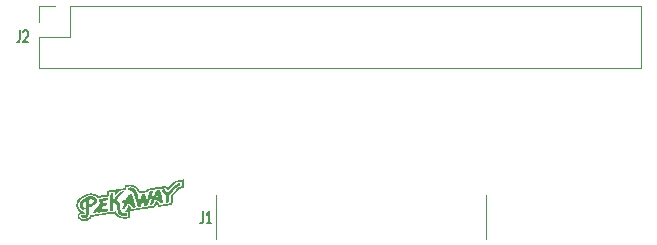
<source format=gbr>
G04 #@! TF.GenerationSoftware,KiCad,Pcbnew,(6.0.9-0)*
G04 #@! TF.CreationDate,2022-12-14T16:06:14+03:00*
G04 #@! TF.ProjectId,pi3_extension_board,7069335f-6578-4746-956e-73696f6e5f62,rev?*
G04 #@! TF.SameCoordinates,Original*
G04 #@! TF.FileFunction,Legend,Top*
G04 #@! TF.FilePolarity,Positive*
%FSLAX46Y46*%
G04 Gerber Fmt 4.6, Leading zero omitted, Abs format (unit mm)*
G04 Created by KiCad (PCBNEW (6.0.9-0)) date 2022-12-14 16:06:14*
%MOMM*%
%LPD*%
G01*
G04 APERTURE LIST*
%ADD10C,0.150000*%
%ADD11C,0.120000*%
%ADD12C,0.100000*%
G04 APERTURE END LIST*
D10*
X106946666Y-44732380D02*
X106946666Y-45446666D01*
X106913333Y-45589523D01*
X106846666Y-45684761D01*
X106746666Y-45732380D01*
X106680000Y-45732380D01*
X107246666Y-44827619D02*
X107280000Y-44780000D01*
X107346666Y-44732380D01*
X107513333Y-44732380D01*
X107580000Y-44780000D01*
X107613333Y-44827619D01*
X107646666Y-44922857D01*
X107646666Y-45018095D01*
X107613333Y-45160952D01*
X107213333Y-45732380D01*
X107646666Y-45732380D01*
X122466666Y-60052380D02*
X122466666Y-60766666D01*
X122433333Y-60909523D01*
X122366666Y-61004761D01*
X122266666Y-61052380D01*
X122200000Y-61052380D01*
X123166666Y-61052380D02*
X122766666Y-61052380D01*
X122966666Y-61052380D02*
X122966666Y-60052380D01*
X122900000Y-60195238D01*
X122833333Y-60290476D01*
X122766666Y-60338095D01*
G36*
X111766250Y-59315461D02*
G01*
X111821832Y-59175483D01*
X111905094Y-59042576D01*
X112012897Y-58919334D01*
X112142101Y-58808353D01*
X112289566Y-58712229D01*
X112452153Y-58633556D01*
X112626722Y-58574931D01*
X112810132Y-58538948D01*
X112999243Y-58528203D01*
X113052629Y-58530061D01*
X113193488Y-58543183D01*
X113310184Y-58567582D01*
X113414870Y-58606903D01*
X113519697Y-58664793D01*
X113535657Y-58674962D01*
X113653907Y-58751391D01*
X113988848Y-58701408D01*
X114095765Y-58685151D01*
X114189332Y-58670347D01*
X114263633Y-58657980D01*
X114312754Y-58649032D01*
X114330711Y-58644593D01*
X114334750Y-58624271D01*
X114339758Y-58575584D01*
X114344913Y-58507232D01*
X114347200Y-58469968D01*
X114352564Y-58396196D01*
X114358937Y-58338846D01*
X114365290Y-58306198D01*
X114368108Y-58301725D01*
X114388968Y-58298967D01*
X114441153Y-58291491D01*
X114519295Y-58280081D01*
X114618023Y-58265525D01*
X114731967Y-58248609D01*
X114792270Y-58239615D01*
X114925413Y-58219805D01*
X115026325Y-58205241D01*
X115099473Y-58195676D01*
X115149323Y-58190861D01*
X115180341Y-58190547D01*
X115196996Y-58194488D01*
X115203754Y-58202434D01*
X115205082Y-58214137D01*
X115205089Y-58216684D01*
X115206984Y-58240516D01*
X115217697Y-58239638D01*
X115244766Y-58212616D01*
X115248709Y-58208370D01*
X115270353Y-58188643D01*
X115297963Y-58173376D01*
X115338371Y-58160697D01*
X115398414Y-58148731D01*
X115484925Y-58135605D01*
X115543207Y-58127622D01*
X115636668Y-58114390D01*
X115717375Y-58101695D01*
X115777927Y-58090795D01*
X115810922Y-58082947D01*
X115814007Y-58081604D01*
X115825090Y-58057955D01*
X115834402Y-58008347D01*
X115839560Y-57949265D01*
X115845192Y-57829237D01*
X115993621Y-57807348D01*
X116209626Y-57786669D01*
X116401866Y-57792572D01*
X116573146Y-57825736D01*
X116726271Y-57886839D01*
X116864046Y-57976561D01*
X116929581Y-58033823D01*
X116979665Y-58088557D01*
X117033177Y-58157924D01*
X117083122Y-58231567D01*
X117122504Y-58299130D01*
X117144327Y-58350257D01*
X117144942Y-58352645D01*
X117162303Y-58351151D01*
X117208524Y-58344473D01*
X117275927Y-58333901D01*
X117356834Y-58320725D01*
X117443566Y-58306236D01*
X117528446Y-58291724D01*
X117603796Y-58278479D01*
X117661937Y-58267792D01*
X117695192Y-58260953D01*
X117700101Y-58259343D01*
X117707926Y-58242277D01*
X117726412Y-58205355D01*
X117728893Y-58200503D01*
X117757225Y-58145215D01*
X118562794Y-58025981D01*
X119368363Y-57906746D01*
X119429435Y-57977396D01*
X119490506Y-58048045D01*
X119530894Y-57994212D01*
X119561078Y-57958373D01*
X119610057Y-57904931D01*
X119670076Y-57842209D01*
X119712036Y-57799710D01*
X119861353Y-57669245D01*
X120025003Y-57559570D01*
X120193192Y-57476855D01*
X120266220Y-57450556D01*
X120314738Y-57437573D01*
X120385062Y-57421790D01*
X120469698Y-57404548D01*
X120561150Y-57387192D01*
X120651924Y-57371064D01*
X120734527Y-57357506D01*
X120801463Y-57347862D01*
X120845239Y-57343473D01*
X120858388Y-57344461D01*
X120858511Y-57363134D01*
X120856659Y-57413114D01*
X120853103Y-57488668D01*
X120848115Y-57584065D01*
X120841966Y-57693571D01*
X120841400Y-57703316D01*
X120820712Y-58058754D01*
X120744931Y-58070003D01*
X120622678Y-58091810D01*
X120529381Y-58117562D01*
X120456913Y-58149850D01*
X120419722Y-58173675D01*
X120384199Y-58205495D01*
X120331220Y-58260767D01*
X120266060Y-58333612D01*
X120193996Y-58418155D01*
X120129980Y-58496412D01*
X119914091Y-58765650D01*
X119894817Y-59113715D01*
X119888111Y-59223898D01*
X119881037Y-59321259D01*
X119874127Y-59399757D01*
X119867914Y-59453350D01*
X119862931Y-59475994D01*
X119862880Y-59476055D01*
X119842953Y-59481436D01*
X119791774Y-59491403D01*
X119714798Y-59505094D01*
X119617475Y-59521642D01*
X119505261Y-59540185D01*
X119383608Y-59559856D01*
X119257970Y-59579792D01*
X119133798Y-59599129D01*
X119016547Y-59617002D01*
X118911670Y-59632546D01*
X118824620Y-59644896D01*
X118760850Y-59653190D01*
X118725813Y-59656561D01*
X118723997Y-59656595D01*
X118705254Y-59641001D01*
X118676936Y-59599690D01*
X118644507Y-59540869D01*
X118637522Y-59526719D01*
X118606581Y-59465430D01*
X118581049Y-59419724D01*
X118565521Y-59397705D01*
X118563857Y-59396843D01*
X118551495Y-59412350D01*
X118527174Y-59454012D01*
X118495008Y-59514537D01*
X118474809Y-59554549D01*
X118439330Y-59622654D01*
X118408315Y-59675972D01*
X118386201Y-59707174D01*
X118379342Y-59712256D01*
X118358388Y-59714875D01*
X118304881Y-59722325D01*
X118222976Y-59733998D01*
X118116826Y-59749284D01*
X117990585Y-59767573D01*
X117848407Y-59788256D01*
X117694446Y-59810724D01*
X117532855Y-59834367D01*
X117367789Y-59858575D01*
X117203401Y-59882741D01*
X117043844Y-59906253D01*
X116893274Y-59928502D01*
X116755844Y-59948880D01*
X116635707Y-59966777D01*
X116537017Y-59981583D01*
X116463929Y-59992689D01*
X116420596Y-59999486D01*
X116414271Y-60000549D01*
X116370429Y-60004183D01*
X116349408Y-59991198D01*
X116342531Y-59973119D01*
X116330785Y-59940271D01*
X116320517Y-59938617D01*
X116311494Y-59969378D01*
X116303485Y-60033772D01*
X116296256Y-60133018D01*
X116290558Y-60245546D01*
X116285095Y-60351885D01*
X116278745Y-60447465D01*
X116272092Y-60525147D01*
X116265723Y-60577793D01*
X116261811Y-60595761D01*
X116250169Y-60615353D01*
X116227937Y-60628712D01*
X116187375Y-60638162D01*
X116120740Y-60646026D01*
X116083087Y-60649417D01*
X115845188Y-60660502D01*
X115636709Y-60649999D01*
X115456661Y-60617591D01*
X115304055Y-60562959D01*
X115177903Y-60485783D01*
X115077216Y-60385746D01*
X115024818Y-60308068D01*
X114996754Y-60259214D01*
X114977295Y-60225692D01*
X114972037Y-60216923D01*
X114953310Y-60216857D01*
X114908081Y-60222123D01*
X114850102Y-60230947D01*
X114806915Y-60237778D01*
X114731446Y-60249349D01*
X114628126Y-60264994D01*
X114501385Y-60284051D01*
X114355654Y-60305852D01*
X114195362Y-60329733D01*
X114024939Y-60355030D01*
X113915608Y-60371211D01*
X113744676Y-60396547D01*
X113584099Y-60420480D01*
X113437808Y-60442413D01*
X113309731Y-60461752D01*
X113203802Y-60477901D01*
X113123949Y-60490266D01*
X113074103Y-60498250D01*
X113059119Y-60500925D01*
X113026595Y-60520269D01*
X112984638Y-60560744D01*
X112954073Y-60598142D01*
X112861498Y-60694353D01*
X112743826Y-60770980D01*
X112608994Y-60825341D01*
X112464939Y-60854752D01*
X112319600Y-60856528D01*
X112231572Y-60842397D01*
X112099526Y-60795709D01*
X111992549Y-60725280D01*
X111913124Y-60633962D01*
X111863737Y-60524607D01*
X111846872Y-60400905D01*
X111849942Y-60331098D01*
X111861973Y-60283273D01*
X111887193Y-60242609D01*
X111894623Y-60233518D01*
X111945512Y-60189823D01*
X112007217Y-60157576D01*
X112015139Y-60154967D01*
X112087904Y-60133167D01*
X111979180Y-60027110D01*
X111868659Y-59896270D01*
X111792059Y-59751597D01*
X111750690Y-59606244D01*
X111747623Y-59557469D01*
X111903028Y-59557469D01*
X111934618Y-59692824D01*
X112001542Y-59822739D01*
X112025481Y-59856138D01*
X112057995Y-59889595D01*
X112113973Y-59937881D01*
X112186133Y-59995055D01*
X112267190Y-60055172D01*
X112284960Y-60067827D01*
X112360817Y-60122162D01*
X112423795Y-60168675D01*
X112468652Y-60203383D01*
X112490147Y-60222304D01*
X112491168Y-60224473D01*
X112471335Y-60229578D01*
X112422471Y-60238515D01*
X112352291Y-60249952D01*
X112281779Y-60260624D01*
X112194820Y-60275197D01*
X112118105Y-60291388D01*
X112061238Y-60306976D01*
X112037047Y-60317155D01*
X112003039Y-60358612D01*
X111994289Y-60416751D01*
X112008380Y-60483537D01*
X112042892Y-60550938D01*
X112095407Y-60610917D01*
X112134169Y-60639764D01*
X112246678Y-60688080D01*
X112373446Y-60705125D01*
X112508743Y-60690895D01*
X112646841Y-60645385D01*
X112658141Y-60640252D01*
X112739754Y-60595584D01*
X112799161Y-60544398D01*
X112834401Y-60499804D01*
X112871226Y-60447539D01*
X112901353Y-60405442D01*
X112913709Y-60388665D01*
X112937620Y-60378800D01*
X112996501Y-60364646D01*
X113088505Y-60346544D01*
X113211784Y-60324834D01*
X113364490Y-60299858D01*
X113544775Y-60271955D01*
X113553811Y-60270591D01*
X113790348Y-60234960D01*
X114015155Y-60201215D01*
X114225557Y-60169749D01*
X114418877Y-60140959D01*
X114592439Y-60115238D01*
X114743566Y-60092983D01*
X114869582Y-60074588D01*
X114967810Y-60060448D01*
X115035574Y-60050958D01*
X115070198Y-60046514D01*
X115073869Y-60046222D01*
X115087080Y-60062439D01*
X115104064Y-60103807D01*
X115113521Y-60134352D01*
X115154784Y-60223322D01*
X115224382Y-60310228D01*
X115314048Y-60386905D01*
X115415515Y-60445189D01*
X115437585Y-60454343D01*
X115501296Y-60475368D01*
X115570645Y-60489819D01*
X115656024Y-60499290D01*
X115767824Y-60505375D01*
X115770977Y-60505495D01*
X115864951Y-60507429D01*
X115951461Y-60506321D01*
X116020291Y-60502472D01*
X116058559Y-60496948D01*
X116123497Y-60480003D01*
X116134705Y-60286305D01*
X116139125Y-60206200D01*
X116142283Y-60141555D01*
X116143820Y-60100217D01*
X116143695Y-60089227D01*
X116125690Y-60089659D01*
X116080394Y-60093971D01*
X116017312Y-60101249D01*
X116012175Y-60101883D01*
X115947122Y-60108752D01*
X115898083Y-60111682D01*
X115875121Y-60110090D01*
X115874789Y-60109835D01*
X115879568Y-60091304D01*
X115897881Y-60046012D01*
X115926680Y-59980393D01*
X115945288Y-59939561D01*
X116111233Y-59939561D01*
X116200856Y-59926218D01*
X116254294Y-59917159D01*
X116290026Y-59909029D01*
X116297616Y-59905929D01*
X116296870Y-59884648D01*
X116282554Y-59845945D01*
X116261039Y-59803692D01*
X116238699Y-59771759D01*
X116233853Y-59767115D01*
X116216012Y-59762138D01*
X116195656Y-59780726D01*
X116167953Y-59827857D01*
X116160141Y-59843046D01*
X116111233Y-59939561D01*
X115945288Y-59939561D01*
X115962915Y-59900881D01*
X116003537Y-59813910D01*
X116045495Y-59725913D01*
X116085742Y-59643325D01*
X116121227Y-59572581D01*
X116148900Y-59520113D01*
X116165713Y-59492355D01*
X116168752Y-59489612D01*
X116193384Y-59503336D01*
X116232932Y-59539345D01*
X116280514Y-59589893D01*
X116329249Y-59647233D01*
X116372257Y-59703618D01*
X116402658Y-59751302D01*
X116404725Y-59755266D01*
X116433198Y-59807015D01*
X116455853Y-59831920D01*
X116481459Y-59837260D01*
X116500163Y-59834455D01*
X116528483Y-59829730D01*
X116589585Y-59820274D01*
X116679526Y-59806675D01*
X116794362Y-59789518D01*
X116930151Y-59769392D01*
X117082949Y-59746883D01*
X117248815Y-59722579D01*
X117385148Y-59702691D01*
X117558002Y-59677468D01*
X117720472Y-59653650D01*
X117868680Y-59631815D01*
X117998749Y-59612537D01*
X118106802Y-59596395D01*
X118188964Y-59583963D01*
X118241356Y-59575817D01*
X118259181Y-59572786D01*
X118282815Y-59557736D01*
X118312287Y-59519249D01*
X118350056Y-59453532D01*
X118397010Y-59360042D01*
X118436778Y-59281475D01*
X118472942Y-59216899D01*
X118501616Y-59172802D01*
X118518915Y-59155678D01*
X118519354Y-59155645D01*
X118549116Y-59169575D01*
X118592737Y-59206099D01*
X118642931Y-59257318D01*
X118692412Y-59315332D01*
X118733894Y-59372241D01*
X118757340Y-59413665D01*
X118781122Y-59461725D01*
X118802596Y-59483399D01*
X118833423Y-59486682D01*
X118859153Y-59483460D01*
X118896815Y-59477856D01*
X118964710Y-59467709D01*
X119056378Y-59453985D01*
X119165357Y-59437654D01*
X119285185Y-59419681D01*
X119326848Y-59413429D01*
X119728592Y-59353132D01*
X119742052Y-59065936D01*
X119747474Y-58963151D01*
X119753472Y-58870720D01*
X119759465Y-58796289D01*
X119764874Y-58747504D01*
X119767158Y-58735191D01*
X119783390Y-58703993D01*
X119819451Y-58650288D01*
X119870910Y-58579647D01*
X119933332Y-58497637D01*
X120002285Y-58409829D01*
X120073333Y-58321791D01*
X120142044Y-58239093D01*
X120203985Y-58167303D01*
X120254721Y-58111991D01*
X120289712Y-58078809D01*
X120398391Y-58008981D01*
X120518725Y-57958458D01*
X120597964Y-57939226D01*
X120673630Y-57927126D01*
X120686663Y-57732565D01*
X120691243Y-57651593D01*
X120693403Y-57585334D01*
X120692974Y-57541893D01*
X120690857Y-57529165D01*
X120669913Y-57528271D01*
X120621033Y-57533190D01*
X120552757Y-57542940D01*
X120511303Y-57549787D01*
X120304607Y-57602581D01*
X120113021Y-57687511D01*
X119934952Y-57805594D01*
X119768802Y-57957847D01*
X119646527Y-58100883D01*
X119500908Y-58288577D01*
X119403913Y-58180129D01*
X119306919Y-58071682D01*
X118958305Y-58122711D01*
X118816807Y-58143508D01*
X118654207Y-58167543D01*
X118486091Y-58192504D01*
X118328048Y-58216078D01*
X118247894Y-58228091D01*
X118135994Y-58244821D01*
X118036637Y-58259524D01*
X117955662Y-58271348D01*
X117898906Y-58279442D01*
X117872206Y-58282955D01*
X117871217Y-58283032D01*
X117855479Y-58299046D01*
X117837734Y-58337024D01*
X117836894Y-58339395D01*
X117830425Y-58358802D01*
X117823284Y-58373895D01*
X117810832Y-58386066D01*
X117788430Y-58396712D01*
X117751439Y-58407225D01*
X117695221Y-58419001D01*
X117615135Y-58433435D01*
X117506544Y-58451919D01*
X117406340Y-58468818D01*
X117278855Y-58490312D01*
X117183349Y-58505962D01*
X117115207Y-58516052D01*
X117069811Y-58520864D01*
X117042543Y-58520684D01*
X117028786Y-58515794D01*
X117023923Y-58506479D01*
X117023336Y-58493022D01*
X117023336Y-58492351D01*
X117012748Y-58444443D01*
X116984810Y-58377887D01*
X116945211Y-58303120D01*
X116899643Y-58230581D01*
X116853796Y-58170707D01*
X116839848Y-58155780D01*
X116723969Y-58064660D01*
X116584520Y-57996009D01*
X116429189Y-57952303D01*
X116265664Y-57936017D01*
X116169881Y-57940130D01*
X116085851Y-57948957D01*
X116032015Y-57958449D01*
X116001636Y-57972865D01*
X115987974Y-57996467D01*
X115984293Y-58033513D01*
X115984091Y-58057589D01*
X115983868Y-58115922D01*
X115980223Y-58158763D01*
X115968106Y-58189376D01*
X115942467Y-58211024D01*
X115898254Y-58226971D01*
X115830418Y-58240479D01*
X115733907Y-58254812D01*
X115663560Y-58264681D01*
X115364222Y-58306894D01*
X115280118Y-58401942D01*
X115219546Y-58469498D01*
X115152840Y-58542574D01*
X115112422Y-58586118D01*
X115028829Y-58675247D01*
X115035372Y-58516542D01*
X115037391Y-58445066D01*
X115037172Y-58390300D01*
X115034827Y-58360719D01*
X115033315Y-58357837D01*
X115012775Y-58360512D01*
X114962694Y-58367831D01*
X114890197Y-58378731D01*
X114802412Y-58392152D01*
X114785575Y-58394747D01*
X114694474Y-58408592D01*
X114616075Y-58420101D01*
X114557967Y-58428189D01*
X114527737Y-58431772D01*
X114526020Y-58431855D01*
X114514695Y-58449699D01*
X114504202Y-58499735D01*
X114495476Y-58577047D01*
X114493532Y-58602145D01*
X114487646Y-58677223D01*
X114481930Y-58736740D01*
X114477257Y-58772135D01*
X114475562Y-58778135D01*
X114456348Y-58782415D01*
X114405521Y-58791290D01*
X114328179Y-58803938D01*
X114229419Y-58819536D01*
X114114339Y-58837263D01*
X114027698Y-58850364D01*
X113585729Y-58916697D01*
X113528024Y-58861197D01*
X113414668Y-58777027D01*
X113280299Y-58718802D01*
X113129848Y-58685936D01*
X112968245Y-58677845D01*
X112800420Y-58693940D01*
X112631304Y-58733638D01*
X112465828Y-58796352D01*
X112308921Y-58881496D01*
X112165514Y-58988484D01*
X112122235Y-59028249D01*
X112016377Y-59152065D01*
X111944297Y-59283760D01*
X111906384Y-59420005D01*
X111903028Y-59557469D01*
X111747623Y-59557469D01*
X111741490Y-59459913D01*
X111766250Y-59315461D01*
G37*
G36*
X112582740Y-59306393D02*
G01*
X112586339Y-59228435D01*
X112587945Y-59181111D01*
X112587983Y-59178361D01*
X112589019Y-59080477D01*
X112537997Y-59107255D01*
X112461663Y-59161291D01*
X112392074Y-59235489D01*
X112336172Y-59319837D01*
X112300900Y-59404324D01*
X112292160Y-59461781D01*
X112307506Y-59542421D01*
X112349142Y-59626931D01*
X112410466Y-59702007D01*
X112412196Y-59703650D01*
X112476320Y-59764127D01*
X112385035Y-59849513D01*
X112336357Y-59892759D01*
X112297117Y-59923475D01*
X112276121Y-59934900D01*
X112248192Y-59920125D01*
X112208413Y-59881327D01*
X112163177Y-59826799D01*
X112118876Y-59764833D01*
X112081900Y-59703720D01*
X112059213Y-59653505D01*
X112036718Y-59530462D01*
X112048117Y-59406979D01*
X112090361Y-59286100D01*
X112160401Y-59170866D01*
X112255186Y-59064320D01*
X112371668Y-58969506D01*
X112506797Y-58889465D01*
X112657523Y-58827241D01*
X112820798Y-58785877D01*
X112943910Y-58770753D01*
X113085920Y-58772834D01*
X113213153Y-58797818D01*
X113321689Y-58843280D01*
X113407612Y-58906795D01*
X113467002Y-58985940D01*
X113495940Y-59078290D01*
X113498150Y-59113675D01*
X113480038Y-59218776D01*
X113427441Y-59322324D01*
X113342965Y-59421715D01*
X113229217Y-59514343D01*
X113088805Y-59597605D01*
X112953541Y-59657864D01*
X112820940Y-59709403D01*
X112800955Y-60035958D01*
X112793516Y-60153820D01*
X112786980Y-60241001D01*
X112780177Y-60303868D01*
X112771932Y-60348789D01*
X112761073Y-60382131D01*
X112746428Y-60410263D01*
X112726824Y-60439552D01*
X112726570Y-60439913D01*
X112654267Y-60515172D01*
X112561440Y-60571599D01*
X112458157Y-60605675D01*
X112354485Y-60613877D01*
X112274249Y-60598118D01*
X112221112Y-60566286D01*
X112171872Y-60516195D01*
X112136618Y-60460174D01*
X112125177Y-60416026D01*
X112128683Y-60398297D01*
X112143656Y-60385136D01*
X112176781Y-60374144D01*
X112234744Y-60362923D01*
X112302896Y-60352258D01*
X112360304Y-60348856D01*
X112394572Y-60361778D01*
X112402575Y-60369818D01*
X112433060Y-60393935D01*
X112449866Y-60398742D01*
X112469201Y-60395736D01*
X112485168Y-60384250D01*
X112498424Y-60360579D01*
X112509624Y-60321022D01*
X112519426Y-60261874D01*
X112528486Y-60179433D01*
X112537460Y-60069995D01*
X112547004Y-59929857D01*
X112554595Y-59807919D01*
X112563075Y-59665749D01*
X112570799Y-59530882D01*
X112573140Y-59488073D01*
X112830731Y-59488073D01*
X112918474Y-59450461D01*
X112983920Y-59420096D01*
X113045827Y-59387735D01*
X113065350Y-59376305D01*
X113123268Y-59332670D01*
X113176647Y-59279176D01*
X113217425Y-59225325D01*
X113237541Y-59180618D01*
X113238398Y-59172333D01*
X113221077Y-59109065D01*
X113173197Y-59055362D01*
X113100887Y-59015208D01*
X113010274Y-58992588D01*
X112956591Y-58989069D01*
X112869598Y-58988662D01*
X112860052Y-59067515D01*
X112854583Y-59122632D01*
X112848330Y-59200764D01*
X112842386Y-59287866D01*
X112840619Y-59317220D01*
X112830731Y-59488073D01*
X112573140Y-59488073D01*
X112577457Y-59409153D01*
X112582740Y-59306393D01*
G37*
G36*
X115774824Y-58346222D02*
G01*
X115764678Y-58361121D01*
X115732847Y-58399771D01*
X115682567Y-58458429D01*
X115617076Y-58533356D01*
X115539610Y-58620811D01*
X115467488Y-58701401D01*
X115153862Y-59050291D01*
X115235278Y-59150248D01*
X115330668Y-59281619D01*
X115399684Y-59412699D01*
X115446019Y-59553382D01*
X115473367Y-59713563D01*
X115481418Y-59809599D01*
X115488681Y-59910299D01*
X115497135Y-59981450D01*
X115508204Y-60030611D01*
X115523311Y-60065339D01*
X115532066Y-60078628D01*
X115585862Y-60134187D01*
X115654911Y-60170350D01*
X115746095Y-60189629D01*
X115849830Y-60194623D01*
X115928768Y-60195287D01*
X115976704Y-60201648D01*
X115999728Y-60220314D01*
X116003935Y-60257894D01*
X115995418Y-60320994D01*
X115990989Y-60347720D01*
X115979489Y-60417296D01*
X115801018Y-60416055D01*
X115712474Y-60412825D01*
X115628141Y-60405256D01*
X115561611Y-60394726D01*
X115542271Y-60389762D01*
X115428624Y-60338818D01*
X115335868Y-60265765D01*
X115279670Y-60191336D01*
X115260176Y-60150959D01*
X115246095Y-60105050D01*
X115235862Y-60045154D01*
X115227913Y-59962818D01*
X115222621Y-59883139D01*
X115216135Y-59784298D01*
X115208816Y-59711996D01*
X115198222Y-59655699D01*
X115181912Y-59604872D01*
X115157445Y-59548983D01*
X115134077Y-59501043D01*
X115094491Y-59427070D01*
X115053961Y-59361039D01*
X115019406Y-59313939D01*
X115009948Y-59303908D01*
X114960603Y-59257690D01*
X114914655Y-59313351D01*
X114887253Y-59348594D01*
X114867140Y-59382444D01*
X114852791Y-59421764D01*
X114842680Y-59473418D01*
X114835282Y-59544268D01*
X114829069Y-59641177D01*
X114825233Y-59715578D01*
X114811736Y-59987929D01*
X114734746Y-59999515D01*
X114671657Y-60009522D01*
X114614953Y-60019320D01*
X114606733Y-60020859D01*
X114573615Y-60024368D01*
X114559163Y-60011481D01*
X114555621Y-59972913D01*
X114555535Y-59959566D01*
X114556542Y-59920636D01*
X114559480Y-59852044D01*
X114564056Y-59758788D01*
X114569976Y-59645868D01*
X114576947Y-59518281D01*
X114584677Y-59381027D01*
X114592871Y-59239104D01*
X114601237Y-59097510D01*
X114609481Y-58961244D01*
X114617312Y-58835304D01*
X114624434Y-58724690D01*
X114630556Y-58634399D01*
X114635384Y-58569430D01*
X114638625Y-58534781D01*
X114639326Y-58530757D01*
X114660296Y-58515680D01*
X114705769Y-58501949D01*
X114735528Y-58496728D01*
X114796317Y-58487434D01*
X114846167Y-58478064D01*
X114860060Y-58474720D01*
X114873493Y-58472599D01*
X114882630Y-58478548D01*
X114887908Y-58497849D01*
X114889759Y-58535783D01*
X114888619Y-58597635D01*
X114884922Y-58688684D01*
X114882321Y-58745309D01*
X114878278Y-58842497D01*
X114875766Y-58925076D01*
X114874903Y-58986668D01*
X114875812Y-59020899D01*
X114877025Y-59025769D01*
X114891067Y-59012551D01*
X114926186Y-58975492D01*
X114978803Y-58918485D01*
X115045342Y-58845423D01*
X115122224Y-58760198D01*
X115166887Y-58710372D01*
X115252979Y-58615701D01*
X115331359Y-58532533D01*
X115398263Y-58464645D01*
X115449928Y-58415815D01*
X115482589Y-58389822D01*
X115489382Y-58386686D01*
X115553365Y-58374651D01*
X115623514Y-58363115D01*
X115689937Y-58353482D01*
X115742743Y-58347154D01*
X115772041Y-58345531D01*
X115774824Y-58346222D01*
G37*
G36*
X114444388Y-58981179D02*
G01*
X114440739Y-59038752D01*
X114431387Y-59080092D01*
X114423596Y-59092090D01*
X114397702Y-59099873D01*
X114343409Y-59111138D01*
X114269077Y-59124280D01*
X114196314Y-59135739D01*
X113989823Y-59166537D01*
X113975238Y-59284113D01*
X113968598Y-59345613D01*
X113965628Y-59390363D01*
X113966757Y-59407793D01*
X113986207Y-59405981D01*
X114030812Y-59395186D01*
X114083387Y-59380000D01*
X114156368Y-59359109D01*
X114227011Y-59341281D01*
X114264446Y-59333346D01*
X114334979Y-59320588D01*
X114323789Y-59533424D01*
X114190344Y-59566150D01*
X114115339Y-59586658D01*
X114047009Y-59608958D01*
X114000168Y-59628212D01*
X113969494Y-59646332D01*
X113952504Y-59667579D01*
X113945169Y-59702567D01*
X113943460Y-59761913D01*
X113943438Y-59777670D01*
X113945398Y-59838889D01*
X113950522Y-59882046D01*
X113957354Y-59897460D01*
X113980652Y-59894650D01*
X114031843Y-59887372D01*
X114102158Y-59876895D01*
X114147529Y-59869962D01*
X114245431Y-59855036D01*
X114312463Y-59846373D01*
X114354466Y-59844843D01*
X114377283Y-59851316D01*
X114386757Y-59866660D01*
X114388730Y-59891745D01*
X114388727Y-59905862D01*
X114388283Y-59953637D01*
X114383932Y-59990267D01*
X114371147Y-60018048D01*
X114345402Y-60039280D01*
X114302169Y-60056260D01*
X114236921Y-60071287D01*
X114145132Y-60086658D01*
X114022273Y-60104672D01*
X113987167Y-60109715D01*
X113873465Y-60126315D01*
X113771663Y-60141666D01*
X113687725Y-60154828D01*
X113627613Y-60164864D01*
X113597293Y-60170834D01*
X113595557Y-60171367D01*
X113581844Y-60165374D01*
X113574460Y-60131430D01*
X113572365Y-60069080D01*
X113573320Y-60007312D01*
X113579121Y-59972985D01*
X113594174Y-59956435D01*
X113622882Y-59948000D01*
X113628026Y-59946960D01*
X113667955Y-59932936D01*
X113682397Y-59904040D01*
X113683687Y-59879050D01*
X113680984Y-59841069D01*
X113668055Y-59832808D01*
X113646819Y-59842003D01*
X113613347Y-59868836D01*
X113565892Y-59917911D01*
X113511449Y-59980862D01*
X113457017Y-60049327D01*
X113409592Y-60114939D01*
X113382188Y-60158366D01*
X113360052Y-60195029D01*
X113338933Y-60216774D01*
X113309638Y-60226297D01*
X113262979Y-60226295D01*
X113189764Y-60219463D01*
X113178099Y-60218243D01*
X113131078Y-60207564D01*
X113109039Y-60190342D01*
X113108522Y-60187131D01*
X113119934Y-60153198D01*
X113150879Y-60098472D01*
X113196419Y-60030057D01*
X113251619Y-59955056D01*
X113311540Y-59880574D01*
X113358964Y-59826776D01*
X113428217Y-59757667D01*
X113507750Y-59686682D01*
X113581026Y-59628534D01*
X113584973Y-59625696D01*
X113702240Y-59542015D01*
X113702445Y-59446237D01*
X113704939Y-59373821D01*
X113710985Y-59303667D01*
X113714149Y-59280883D01*
X113719587Y-59235592D01*
X113711704Y-59215969D01*
X113684788Y-59211363D01*
X113676838Y-59211306D01*
X113648905Y-59208954D01*
X113634363Y-59195827D01*
X113628857Y-59162821D01*
X113628026Y-59109261D01*
X113628791Y-59053099D01*
X113630763Y-59015527D01*
X113632664Y-59006022D01*
X113651531Y-59003034D01*
X113701774Y-58995330D01*
X113778075Y-58983719D01*
X113875116Y-58969010D01*
X113987578Y-58952011D01*
X114040845Y-58943974D01*
X114444388Y-58883118D01*
X114444388Y-58981179D01*
G37*
G36*
X115752872Y-59114843D02*
G01*
X115820070Y-59108466D01*
X115943378Y-59097444D01*
X116051544Y-58867169D01*
X116092467Y-58782522D01*
X116129392Y-58710694D01*
X116158859Y-58658092D01*
X116177406Y-58631127D01*
X116180116Y-58629065D01*
X116208118Y-58623156D01*
X116261126Y-58615441D01*
X116321886Y-58608237D01*
X116443250Y-58595240D01*
X116626905Y-59143575D01*
X116810561Y-59691910D01*
X116736058Y-59703309D01*
X116670861Y-59713494D01*
X116609872Y-59723338D01*
X116603754Y-59724354D01*
X116563303Y-59726348D01*
X116535001Y-59709991D01*
X116506224Y-59669717D01*
X116432376Y-59576233D01*
X116334319Y-59488494D01*
X116224657Y-59416257D01*
X116119514Y-59370351D01*
X116102091Y-59367994D01*
X116085217Y-59375689D01*
X116065553Y-59398143D01*
X116039758Y-59440061D01*
X116004494Y-59506151D01*
X115957963Y-59598041D01*
X115837504Y-59838431D01*
X115739302Y-59850900D01*
X115676564Y-59859857D01*
X115625035Y-59868928D01*
X115606800Y-59873136D01*
X115583110Y-59874852D01*
X115581955Y-59853855D01*
X115586078Y-59839325D01*
X115599315Y-59806647D01*
X115625704Y-59748736D01*
X115661572Y-59673432D01*
X115703245Y-59588574D01*
X115708508Y-59578027D01*
X115749068Y-59495788D01*
X115782767Y-59425337D01*
X115806482Y-59373366D01*
X115817086Y-59346568D01*
X115817361Y-59344922D01*
X115800574Y-59338072D01*
X115756887Y-59335662D01*
X115704989Y-59337666D01*
X115592618Y-59345794D01*
X115598306Y-59246441D01*
X115602944Y-59195513D01*
X115614251Y-59160914D01*
X115638696Y-59138619D01*
X115668359Y-59129181D01*
X116189273Y-59129181D01*
X116204769Y-59146353D01*
X116244339Y-59164360D01*
X116258011Y-59168582D01*
X116315560Y-59184060D01*
X116345081Y-59189065D01*
X116354124Y-59183675D01*
X116350829Y-59169560D01*
X116340582Y-59139966D01*
X116323236Y-59088254D01*
X116309153Y-59045673D01*
X116276036Y-58944977D01*
X116233074Y-59027119D01*
X116207928Y-59078636D01*
X116192035Y-59117781D01*
X116189273Y-59129181D01*
X115668359Y-59129181D01*
X115682747Y-59124603D01*
X115752872Y-59114843D01*
G37*
G36*
X117973474Y-58361743D02*
G01*
X118105423Y-58342159D01*
X118170265Y-58333075D01*
X118218392Y-58327355D01*
X118240341Y-58326110D01*
X118240748Y-58326290D01*
X118235828Y-58343950D01*
X118219891Y-58388882D01*
X118195573Y-58453854D01*
X118171799Y-58515543D01*
X118140928Y-58595227D01*
X118114475Y-58664415D01*
X118095782Y-58714312D01*
X118088942Y-58733549D01*
X118087496Y-58752336D01*
X118103968Y-58762132D01*
X118146016Y-58765703D01*
X118178860Y-58766018D01*
X118279310Y-58766018D01*
X118508070Y-58285832D01*
X118586711Y-58274045D01*
X118654206Y-58265474D01*
X118718901Y-58259580D01*
X118728274Y-58259025D01*
X118791196Y-58255791D01*
X118972222Y-58797226D01*
X119025915Y-58959205D01*
X119067815Y-59088956D01*
X119098684Y-59189168D01*
X119119287Y-59262532D01*
X119130386Y-59311736D01*
X119132744Y-59339472D01*
X119128559Y-59348135D01*
X119097643Y-59355234D01*
X119043102Y-59363830D01*
X118992916Y-59370163D01*
X118931051Y-59376254D01*
X118895073Y-59374545D01*
X118874028Y-59361689D01*
X118856964Y-59334340D01*
X118853432Y-59327546D01*
X118810560Y-59267152D01*
X118744737Y-59199739D01*
X118666521Y-59134229D01*
X118586467Y-59079547D01*
X118521432Y-59046913D01*
X118424154Y-59009898D01*
X118306941Y-59248290D01*
X118189728Y-59486681D01*
X118059893Y-59508581D01*
X117995095Y-59518445D01*
X117946346Y-59523862D01*
X117923479Y-59523762D01*
X117923061Y-59523483D01*
X117928329Y-59505303D01*
X117947414Y-59459619D01*
X117977738Y-59392215D01*
X118016724Y-59308875D01*
X118044169Y-59251628D01*
X118172276Y-58986771D01*
X117985030Y-58997939D01*
X117881811Y-59266967D01*
X117845062Y-59360456D01*
X117811554Y-59441463D01*
X117784020Y-59503699D01*
X117765192Y-59540877D01*
X117759560Y-59548350D01*
X117733632Y-59555912D01*
X117684215Y-59564292D01*
X117622754Y-59572220D01*
X117560697Y-59578430D01*
X117509490Y-59581652D01*
X117480578Y-59580618D01*
X117478157Y-59579529D01*
X117472337Y-59559453D01*
X117462275Y-59511067D01*
X117449631Y-59442696D01*
X117441680Y-59396637D01*
X117422711Y-59283627D01*
X117408437Y-59206541D01*
X117396577Y-59164861D01*
X117384849Y-59158063D01*
X117370972Y-59185629D01*
X117352663Y-59247037D01*
X117327642Y-59341766D01*
X117320494Y-59368986D01*
X117252091Y-59628711D01*
X117151636Y-59642223D01*
X117084056Y-59651755D01*
X117023654Y-59661005D01*
X117000159Y-59664978D01*
X116963372Y-59669963D01*
X116949136Y-59668783D01*
X116943659Y-59641897D01*
X116928301Y-59584871D01*
X116904668Y-59502847D01*
X116874369Y-59400969D01*
X116839012Y-59284382D01*
X116800204Y-59158227D01*
X116759552Y-59027648D01*
X116718665Y-58897790D01*
X116679150Y-58773794D01*
X116642615Y-58660805D01*
X116610667Y-58563966D01*
X116584915Y-58488420D01*
X116566966Y-58439311D01*
X116559819Y-58423276D01*
X116491251Y-58346386D01*
X116395886Y-58289738D01*
X116279928Y-58256611D01*
X116234081Y-58251055D01*
X116114220Y-58241434D01*
X116114220Y-58142770D01*
X116115283Y-58085465D01*
X116122649Y-58054800D01*
X116142586Y-58040304D01*
X116180763Y-58031622D01*
X116307518Y-58024688D01*
X116438966Y-58046930D01*
X116565970Y-58094608D01*
X116679396Y-58163980D01*
X116770108Y-58251308D01*
X116792631Y-58282109D01*
X116815081Y-58326580D01*
X116845350Y-58402611D01*
X116881899Y-58505857D01*
X116923189Y-58631970D01*
X116967319Y-58775399D01*
X117002990Y-58893795D01*
X117035466Y-58999960D01*
X117063161Y-59088841D01*
X117084489Y-59155384D01*
X117097865Y-59194537D01*
X117101472Y-59202844D01*
X117108823Y-59188885D01*
X117123568Y-59144574D01*
X117144025Y-59075540D01*
X117168511Y-58987411D01*
X117189697Y-58907616D01*
X117216578Y-58805976D01*
X117240971Y-58716651D01*
X117261092Y-58645945D01*
X117275158Y-58600165D01*
X117280658Y-58585987D01*
X117302939Y-58575724D01*
X117350482Y-58563459D01*
X117411659Y-58551233D01*
X117474846Y-58541087D01*
X117528416Y-58535062D01*
X117560744Y-58535199D01*
X117563870Y-58536269D01*
X117570637Y-58555972D01*
X117581445Y-58605830D01*
X117595037Y-58679272D01*
X117610157Y-58769726D01*
X117617516Y-58816790D01*
X117633014Y-58913787D01*
X117647655Y-58997638D01*
X117660153Y-59061530D01*
X117669221Y-59098654D01*
X117671895Y-59104874D01*
X117681793Y-59092566D01*
X117702565Y-59050216D01*
X117732167Y-58982570D01*
X117768555Y-58894371D01*
X117809685Y-58790365D01*
X117810650Y-58787857D01*
X118529819Y-58787857D01*
X118529989Y-58793552D01*
X118549201Y-58801725D01*
X118591797Y-58817405D01*
X118618968Y-58826951D01*
X118668344Y-58844129D01*
X118699840Y-58855246D01*
X118705417Y-58857321D01*
X118701661Y-58841973D01*
X118688987Y-58800256D01*
X118670093Y-58741040D01*
X118669166Y-58738187D01*
X118648091Y-58677951D01*
X118630122Y-58634717D01*
X118619060Y-58617603D01*
X118618882Y-58617588D01*
X118605935Y-58632348D01*
X118584531Y-58668680D01*
X118560694Y-58714658D01*
X118540449Y-58758358D01*
X118529819Y-58787857D01*
X117810650Y-58787857D01*
X117828920Y-58740392D01*
X117973474Y-58361743D01*
G37*
G36*
X120544857Y-57737841D02*
G01*
X120539275Y-57842619D01*
X120427746Y-57882920D01*
X120285842Y-57949326D01*
X120158628Y-58038133D01*
X120092672Y-58100952D01*
X120062361Y-58135993D01*
X120014242Y-58194009D01*
X119953398Y-58268766D01*
X119884910Y-58354033D01*
X119830246Y-58422822D01*
X119624796Y-58682621D01*
X119612079Y-58951602D01*
X119606963Y-59049877D01*
X119601574Y-59136510D01*
X119596448Y-59203951D01*
X119592121Y-59244651D01*
X119590832Y-59251411D01*
X119569099Y-59274181D01*
X119516112Y-59289879D01*
X119485623Y-59294499D01*
X119423227Y-59303424D01*
X119372013Y-59312496D01*
X119354531Y-59316562D01*
X119332935Y-59318547D01*
X119325910Y-59301713D01*
X119330118Y-59257507D01*
X119330492Y-59254920D01*
X119335477Y-59208480D01*
X119341346Y-59135107D01*
X119347359Y-59044943D01*
X119352697Y-58949744D01*
X119364526Y-58716013D01*
X119147312Y-58471036D01*
X119077644Y-58391758D01*
X119018012Y-58322548D01*
X118972216Y-58267927D01*
X118944054Y-58232417D01*
X118936878Y-58220565D01*
X118957140Y-58215605D01*
X119004981Y-58207289D01*
X119071197Y-58197178D01*
X119092087Y-58194195D01*
X119240517Y-58173319D01*
X119285141Y-58223832D01*
X119366650Y-58315782D01*
X119426906Y-58382893D01*
X119468944Y-58428378D01*
X119495800Y-58455453D01*
X119510512Y-58467331D01*
X119515716Y-58467901D01*
X119528996Y-58451304D01*
X119561171Y-58410820D01*
X119608107Y-58351658D01*
X119665670Y-58279028D01*
X119699470Y-58236354D01*
X119827745Y-58081121D01*
X119944793Y-57955376D01*
X120055767Y-57855309D01*
X120165815Y-57777110D01*
X120280091Y-57716969D01*
X120403745Y-57671077D01*
X120498473Y-57645431D01*
X120550439Y-57633062D01*
X120544857Y-57737841D01*
G37*
D11*
X108620000Y-42680000D02*
X109950000Y-42680000D01*
X108620000Y-44010000D02*
X108620000Y-42680000D01*
X111220000Y-45280000D02*
X111220000Y-42680000D01*
X108620000Y-45280000D02*
X111220000Y-45280000D01*
X159540000Y-47880000D02*
X159540000Y-42680000D01*
X108620000Y-47880000D02*
X108620000Y-45280000D01*
X111220000Y-42680000D02*
X159540000Y-42680000D01*
X108620000Y-47880000D02*
X159540000Y-47880000D01*
D12*
X123600000Y-62350000D02*
X123600000Y-58650000D01*
X146400000Y-62350000D02*
X146400000Y-58650000D01*
M02*

</source>
